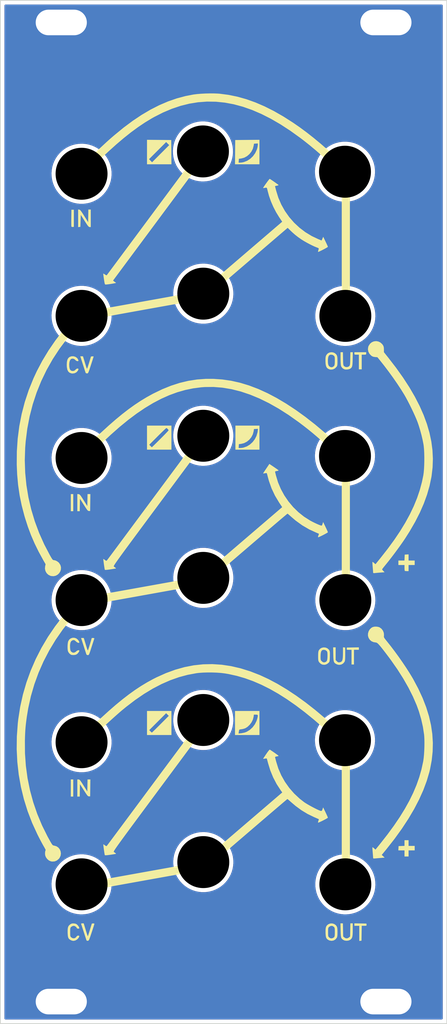
<source format=kicad_pcb>
(kicad_pcb (version 20211014) (generator pcbnew)
  (layers (0 "F.Cu" signal) (31 "B.Cu" signal) (34 "B.Paste" user) (35 "F.Paste" user) (36 "B.SilkS" user "B.Silkscreen") (37 "F.SilkS" user "F.Silkscreen") (38 "B.Mask" user) (39 "F.Mask" user) (44 "Edge.Cuts" user))
  (net 0 "")
  (net 1 "shielding")
  (footprint "Perfboard:3.5mm Jack Perfboard_Hole" (layer "F.Cu") (at 114.3 160.02)
    (fp_text reference "OJ3" hide)
    (fp_text value "Input")
    (pad "" np_thru_hole circle (at 0 0.86) (size 6.5 6.5) (drill 6.5) (layers *.Mask))
  )
  (footprint "Potentiometer:Bourns_PTV09A-X_Hole" (layer "F.Cu") (at 96.52 147.32)
    (fp_text reference "RV5" hide)
    (fp_text value "CV_3_Slope")
    (pad "" np_thru_hole circle (at 0 -7) (size 6.5 6.5) (drill 6.5) (layers *.Mask))
  )
  (footprint "Perfboard:3.5mm Jack Perfboard_Hole" (layer "F.Cu") (at 114.3 124.46)
    (fp_text reference "OJ2" hide)
    (fp_text value "Input")
    (pad "" np_thru_hole circle (at 0 0.86) (size 6.5 6.5) (drill 6.5) (layers *.Mask))
  )
  (footprint "Misc:Screw_Slots" (layer "F.Cu") (at 119.38 114.3)
    (fp_text reference "REF**" hide)
    (fp_text value "Screw_Slots")
    (pad "1" thru_hole oval (at 0 -61.25) (size 7.4 4.2) (drill oval 6.4 3.2) (layers *.Cu *.Mask) (net 1 "shielding"))
    (pad "1" thru_hole oval (at 0 61.25) (size 7.4 4.2) (drill oval 6.4 3.2) (layers *.Cu *.Mask) (net 1 "shielding"))
  )
  (footprint "Potentiometer:Bourns_PTV09A-XF_Hole" (layer "F.Cu") (at 114.255 78.725)
    (fp_text reference "RV7" hide)
    (fp_text value "VCA_1_Gain")
    (pad "" np_thru_hole circle (at 0 -7) (size 6.5 6.5) (drill 6.5) (layers *.Mask))
  )
  (footprint "Potentiometer:Bourns_PTV09A-X_Hole" (layer "F.Cu") (at 96.52 165.1)
    (fp_text reference "RV6" hide)
    (fp_text value "CV_Scale_3")
    (pad "" np_thru_hole circle (at 0 -7) (size 6.5 6.5) (drill 6.5) (layers *.Mask))
  )
  (footprint "Potentiometer:Bourns_PTV09A-X_Hole" (layer "F.Cu") (at 96.52 129.54)
    (fp_text reference "RV4" hide)
    (fp_text value "CV_Scale_2")
    (pad "" np_thru_hole circle (at 0 -7) (size 6.5 6.5) (drill 6.5) (layers *.Mask))
  )
  (footprint "Potentiometer:Bourns_PTV09A-X_Hole" (layer "F.Cu") (at 96.52 111.76)
    (fp_text reference "RV3" hide)
    (fp_text value "CV_2_Slope")
    (pad "" np_thru_hole circle (at 0 -7) (size 6.5 6.5) (drill 6.5) (layers *.Mask))
  )
  (footprint "Misc:Screw_Slots" (layer "F.Cu") (at 78.74 114.3)
    (fp_text reference "REF**" hide)
    (fp_text value "Screw_Slots")
    (pad "1" thru_hole oval (at 0 -61.25) (size 7.4 4.2) (drill oval 6.4 3.2) (layers *.Cu *.Mask) (net 1 "shielding"))
    (pad "1" thru_hole oval (at 0 61.25) (size 7.4 4.2) (drill oval 6.4 3.2) (layers *.Cu *.Mask) (net 1 "shielding"))
  )
  (footprint "Potentiometer:Bourns_PTV09A-XF_Hole" (layer "F.Cu") (at 114.255 114.285)
    (fp_text reference "RV8" hide)
    (fp_text value "VCA_2_Gain")
    (pad "" np_thru_hole circle (at 0 -7) (size 6.5 6.5) (drill 6.5) (layers *.Mask))
  )
  (footprint "Perfboard:3.5mm Jack Perfboard_Hole" (layer "F.Cu") (at 114.3 88.9)
    (fp_text reference "OJ1" hide)
    (fp_text value "Input")
    (pad "" np_thru_hole circle (at 0 0.86) (size 6.5 6.5) (drill 6.5) (layers *.Mask))
  )
  (footprint "Perfboard:3.5mm Jack Perfboard_Hole" (layer "F.Cu") (at 81.28 71.12)
    (fp_text reference "IJ1" hide)
    (fp_text value "Input")
    (pad "" np_thru_hole circle (at 0 0.86) (size 6.5 6.5) (drill 6.5) (layers *.Mask))
  )
  (footprint "Perfboard:3.5mm Jack Perfboard_Hole" (layer "F.Cu") (at 81.28 88.9)
    (fp_text reference "IJ2" hide)
    (fp_text value "Input")
    (pad "" np_thru_hole circle (at 0 0.86) (size 6.5 6.5) (drill 6.5) (layers *.Mask))
  )
  (footprint "Potentiometer:Bourns_PTV09A-X_Hole" (layer "F.Cu") (at 96.475 76.185)
    (fp_text reference "RV1" hide)
    (fp_text value "CV_1_Slope")
    (pad "" np_thru_hole circle (at 0 -7) (size 6.5 6.5) (drill 6.5) (layers *.Mask))
  )
  (footprint "LOGO" (layer "F.Cu") (at 99.06 114.3)
    (fp_text reference "G***" hide)
    (fp_text value "LOGO" hide)
  )
  (footprint "Perfboard:3.5mm Jack Perfboard_Hole" (layer "F.Cu") (at 81.28 142.24)
    (fp_text reference "IJ5" hide)
    (fp_text value "Input")
    (pad "" np_thru_hole circle (at 0 0.86) (size 6.5 6.5) (drill 6.5) (layers *.Mask))
  )
  (footprint "Potentiometer:Bourns_PTV09A-XF_Hole" (layer "F.Cu") (at 114.255 149.845)
    (fp_text reference "RV9" hide)
    (fp_text value "VCA_3_Gain")
    (pad "" np_thru_hole circle (at 0 -7) (size 6.5 6.5) (drill 6.5) (layers *.Mask))
  )
  (footprint "Perfboard:3.5mm Jack Perfboard_Hole" (layer "F.Cu") (at 81.28 124.46)
    (fp_text reference "IJ4" hide)
    (fp_text value "Input")
    (pad "" np_thru_hole circle (at 0 0.86) (size 6.5 6.5) (drill 6.5) (layers *.Mask))
  )
  (footprint "Perfboard:3.5mm Jack Perfboard_Hole" (layer "F.Cu") (at 81.28 160.02)
    (fp_text reference "IJ6" hide)
    (fp_text value "Input")
    (pad "" np_thru_hole circle (at 0 0.86) (size 6.5 6.5) (drill 6.5) (layers *.Mask))
  )
  (footprint "Potentiometer:Bourns_PTV09A-X_Hole" (layer "F.Cu") (at 96.52 93.98)
    (fp_text reference "RV2" hide)
    (fp_text value "CV_Scale_1")
    (pad "" np_thru_hole circle (at 0 -7) (size 6.5 6.5) (drill 6.5) (layers *.Mask))
  )
  (footprint "Perfboard:3.5mm Jack Perfboard_Hole" (layer "F.Cu") (at 81.28 106.68)
    (fp_text reference "IJ3" hide)
    (fp_text value "Input")
    (pad "" np_thru_hole circle (at 0 0.86) (size 6.5 6.5) (drill 6.5) (layers *.Mask))
  )
  (gr_rect (start 71.12 50.3) (end 127 178.3) (layer "Edge.Cuts") (width 0.1) (fill none))
  (zone (net 1) (net_name "shielding") (layers F&B.Cu) (connect_pads yes (clearance 0.508)) (min_thickness 0.254) (fill yes (thermal_gap 0.508) (thermal_bridge_width 0.508))
    (polygon (pts (xy 127 178.308) (xy 71.12 178.308) (xy 71.12 50.292) (xy 127 50.292)))
  )
)
</source>
